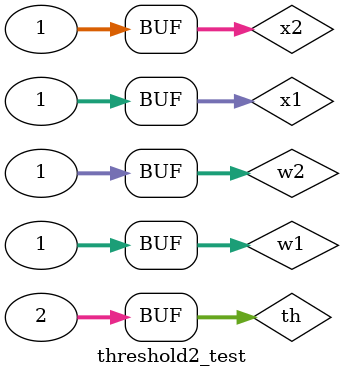
<source format=v>
`timescale 1ns / 1ps
module threshold2_test;
// Inputs
reg [31:0] x1;
reg [31:0] w1;
reg [31:0] x2;
reg [31:0] w2;
reg [31:0] th;
// Outputs
wire [1:0] F;
// Instantiate the Unit Under Test (UUT)
threshold2 uut (
.x1(x1),
.w1(w1),
.x2(x2),
.w2(w2),
.th(th),
.F(F)
);
initial begin
// Initialize Inputs
x1 = 0; w1 = 1; x2 = 0; w2 = 1; th = 1.5; #100;
x1 = 0; w1 = 1; x2 = 1; w2 = 1; th = 1.5; #100;
x1 = 1; w1 = 1; x2 = 0; w2 = 1; th = 1.5; #100;
x1 = 1; w1 = 1; x2 = 1; w2 = 1; th = 1.5; #100;
end
endmodule

</source>
